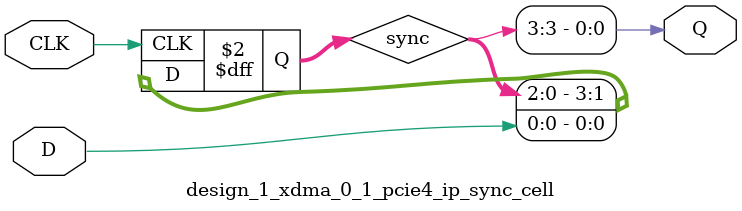
<source format=v>

`timescale 1ps / 1ps

(* DowngradeIPIdentifiedWarnings = "yes" *)
module design_1_xdma_0_1_pcie4_ip_sync_cell #
(
    parameter integer STAGE = 3
)
(
    //-------------------------------------------------------------------------- 
    //  Input Ports
    //-------------------------------------------------------------------------- 
    input                               CLK,
    input                               D,
    
    //-------------------------------------------------------------------------- 
    //  Output Ports
    //-------------------------------------------------------------------------- 
    output                              Q
);
    //-------------------------------------------------------------------------- 
    //  Synchronized Signals
    //--------------------------------------------------------------------------  
    (* ASYNC_REG = "TRUE", SHIFT_EXTRACT = "NO" *) reg [STAGE:0] sync;                                                            



//--------------------------------------------------------------------------------------------------
//  Synchronizier
//--------------------------------------------------------------------------------------------------
always @ (posedge CLK)
begin

    sync <= {sync[(STAGE-1):0], D};
            
end   



//--------------------------------------------------------------------------------------------------
//  Generate Output
//--------------------------------------------------------------------------------------------------
assign Q = sync[STAGE];



endmodule

</source>
